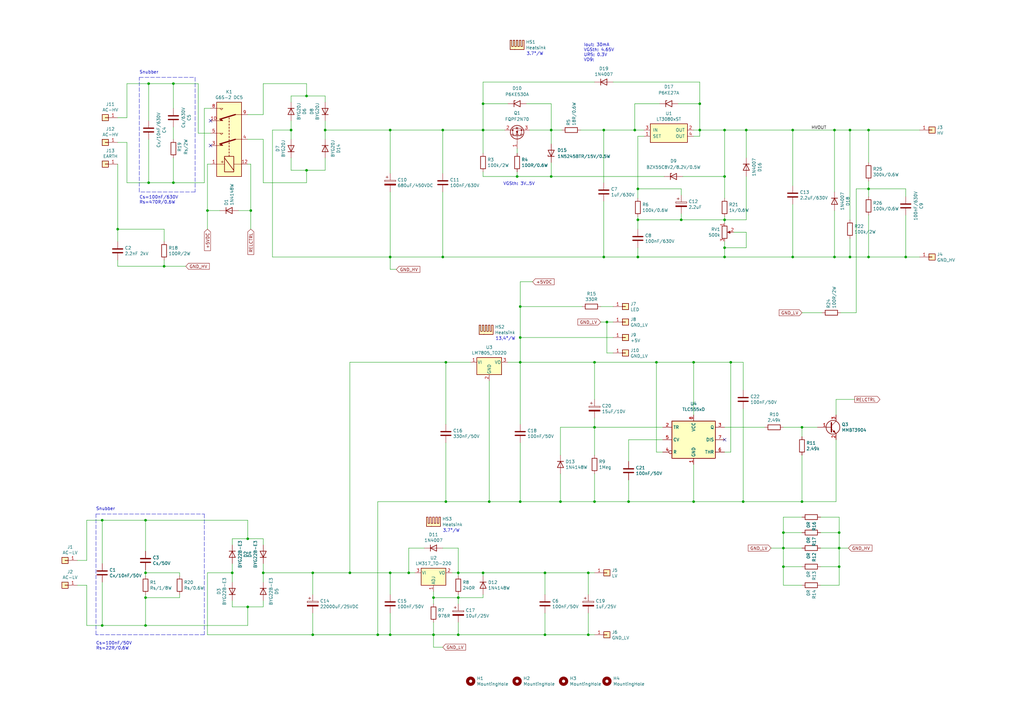
<source format=kicad_sch>
(kicad_sch (version 20211123) (generator eeschema)
  (paper "A3")
  (title_block (title "HV Power Supply LT3080 Maida") (date "2022-09-24") (rev "2"))
  (junction (at 213.36 138.43))
  (junction (at 181.61 105.41))
  (junction (at 269.24 148.59))
  (junction (at 198.12 234.95))
  (junction (at 213.36 148.59))
  (junction (at 299.72 148.59))
  (junction (at 182.88 205.74))
  (junction (at 154.94 260.35))
  (junction (at 48.26 93.98))
  (junction (at 348.615 53.34))
  (junction (at 59.69 256.54))
  (junction (at 297.18 101.6))
  (junction (at 325.12 105.41))
  (junction (at 229.87 205.74))
  (junction (at 243.84 205.74))
  (junction (at 297.18 53.34))
  (junction (at 226.06 72.39))
  (junction (at 297.18 105.41))
  (junction (at 59.69 245.11))
  (junction (at 101.6 248.92))
  (junction (at 177.8 260.35))
  (junction (at 342.265 53.34))
  (junction (at 344.17 218.44))
  (junction (at 128.27 234.95))
  (junction (at 160.02 260.35))
  (junction (at 257.81 205.74))
  (junction (at 160.02 105.41))
  (junction (at 321.31 224.79))
  (junction (at 167.64 234.95))
  (junction (at 102.87 86.36))
  (junction (at 59.69 213.36))
  (junction (at 212.09 72.39))
  (junction (at 297.18 72.39))
  (junction (at 187.96 260.35))
  (junction (at 261.62 90.17))
  (junction (at 223.52 234.95))
  (junction (at 125.73 39.37))
  (junction (at 187.96 234.95))
  (junction (at 247.65 105.41))
  (junction (at 125.73 69.85))
  (junction (at 243.84 175.26))
  (junction (at 304.8 205.74))
  (junction (at 248.92 132.08))
  (junction (at 187.96 245.11))
  (junction (at 41.91 256.54))
  (junction (at 71.12 34.29))
  (junction (at 325.12 53.34))
  (junction (at 348.615 105.41))
  (junction (at 241.3 234.95))
  (junction (at 181.61 53.34))
  (junction (at 260.35 53.34))
  (junction (at 160.02 234.95))
  (junction (at 371.475 105.41))
  (junction (at 344.17 232.41))
  (junction (at 128.27 260.35))
  (junction (at 243.84 148.59))
  (junction (at 287.02 53.34))
  (junction (at 213.36 205.74))
  (junction (at 287.02 42.545))
  (junction (at 241.3 260.35))
  (junction (at 284.48 205.74))
  (junction (at 198.12 42.545))
  (junction (at 160.02 53.34))
  (junction (at 342.265 105.41))
  (junction (at 213.36 125.73))
  (junction (at 279.4 90.17))
  (junction (at 328.93 205.74))
  (junction (at 143.51 234.95))
  (junction (at 101.6 220.98))
  (junction (at 356.235 105.41))
  (junction (at 261.62 105.41))
  (junction (at 223.52 260.35))
  (junction (at 321.31 218.44))
  (junction (at 321.31 232.41))
  (junction (at 182.88 148.59))
  (junction (at 306.07 53.34))
  (junction (at 107.95 234.95))
  (junction (at 328.93 175.26))
  (junction (at 344.17 224.79))
  (junction (at 133.35 53.34))
  (junction (at 177.8 245.11))
  (junction (at 297.18 90.17))
  (junction (at 200.66 205.74))
  (junction (at 226.06 53.34))
  (junction (at 119.38 53.34))
  (junction (at 261.62 77.47))
  (junction (at 41.91 213.36))
  (junction (at 60.96 74.93))
  (junction (at 284.48 148.59))
  (junction (at 247.65 53.34))
  (junction (at 198.12 53.34))
  (junction (at 59.69 234.95))
  (junction (at 60.96 34.29))
  (junction (at 95.25 234.95))
  (junction (at 356.235 77.47))
  (junction (at 85.09 86.36))
  (junction (at 71.12 74.93))
  (junction (at 67.31 109.22))
  (junction (at 356.235 53.34))
  (no_connect (at 297.18 180.34))
  (no_connect (at 86.36 49.53))
  (no_connect (at 86.36 59.69))
  (wire (pts (xy 356.235 74.295) (xy 356.235 77.47)))
  (wire (pts (xy 297.18 53.34) (xy 297.18 72.39)))
  (wire (pts (xy 101.6 256.54) (xy 101.6 248.92)))
  (wire (pts (xy 95.25 220.98) (xy 101.6 220.98)))
  (wire (pts (xy 351.155 77.47) (xy 356.235 77.47)))
  (wire (pts (xy 306.07 90.17) (xy 306.07 72.39)))
  (wire (pts (xy 226.06 59.055) (xy 226.06 53.34)))
  (wire (pts (xy 371.475 105.41) (xy 377.19 105.41)))
  (polyline (pts (xy 39.37 260.35) (xy 39.37 210.82)))
  (wire (pts (xy 287.02 53.34) (xy 284.48 53.34)))
  (wire (pts (xy 181.61 53.34) (xy 198.12 53.34)))
  (wire (pts (xy 60.96 57.15) (xy 60.96 74.93)))
  (wire (pts (xy 306.07 95.25) (xy 300.99 95.25)))
  (wire (pts (xy 71.12 74.93) (xy 60.96 74.93)))
  (wire (pts (xy 342.9 180.34) (xy 342.9 205.74)))
  (wire (pts (xy 107.95 46.99) (xy 107.95 34.29)))
  (wire (pts (xy 297.18 185.42) (xy 299.72 185.42)))
  (wire (pts (xy 187.96 224.79) (xy 181.61 224.79)))
  (wire (pts (xy 177.8 260.35) (xy 177.8 255.27)))
  (wire (pts (xy 128.27 260.35) (xy 128.27 251.46)))
  (wire (pts (xy 213.36 115.57) (xy 213.36 125.73)))
  (wire (pts (xy 76.2 109.22) (xy 67.31 109.22)))
  (wire (pts (xy 328.93 205.74) (xy 304.8 205.74)))
  (wire (pts (xy 336.55 224.79) (xy 344.17 224.79)))
  (wire (pts (xy 243.84 205.74) (xy 243.84 194.31)))
  (wire (pts (xy 48.26 58.42) (xy 52.07 58.42)))
  (wire (pts (xy 95.25 231.14) (xy 95.25 234.95)))
  (wire (pts (xy 35.56 256.54) (xy 41.91 256.54)))
  (wire (pts (xy 198.12 33.655) (xy 198.12 42.545)))
  (wire (pts (xy 31.75 240.03) (xy 35.56 240.03)))
  (wire (pts (xy 223.52 234.95) (xy 241.3 234.95)))
  (wire (pts (xy 154.94 260.35) (xy 154.94 205.74)))
  (wire (pts (xy 316.23 224.79) (xy 321.31 224.79)))
  (wire (pts (xy 241.3 251.46) (xy 241.3 260.35)))
  (polyline (pts (xy 57.15 78.74) (xy 57.15 31.75)))
  (wire (pts (xy 325.12 83.82) (xy 325.12 105.41)))
  (wire (pts (xy 229.87 205.74) (xy 213.36 205.74)))
  (wire (pts (xy 177.8 245.11) (xy 187.96 245.11)))
  (wire (pts (xy 59.69 233.68) (xy 59.69 234.95)))
  (wire (pts (xy 226.06 53.34) (xy 217.17 53.34)))
  (wire (pts (xy 344.17 224.79) (xy 344.17 232.41)))
  (wire (pts (xy 85.09 260.35) (xy 85.09 234.95)))
  (wire (pts (xy 128.27 243.84) (xy 128.27 234.95)))
  (wire (pts (xy 160.02 260.35) (xy 177.8 260.35)))
  (wire (pts (xy 71.12 64.77) (xy 71.12 74.93)))
  (wire (pts (xy 297.18 91.44) (xy 297.18 90.17)))
  (wire (pts (xy 67.31 109.22) (xy 48.26 109.22)))
  (wire (pts (xy 287.02 42.545) (xy 287.02 53.34)))
  (wire (pts (xy 287.02 42.545) (xy 287.02 33.655)))
  (wire (pts (xy 160.02 105.41) (xy 181.61 105.41)))
  (wire (pts (xy 226.06 53.34) (xy 230.505 53.34)))
  (wire (pts (xy 73.66 234.95) (xy 73.66 236.22)))
  (wire (pts (xy 279.4 87.63) (xy 279.4 90.17)))
  (wire (pts (xy 71.12 34.29) (xy 81.28 34.29)))
  (wire (pts (xy 133.35 69.85) (xy 133.35 64.77)))
  (wire (pts (xy 261.62 101.6) (xy 261.62 105.41)))
  (wire (pts (xy 226.06 72.39) (xy 212.09 72.39)))
  (wire (pts (xy 342.9 163.83) (xy 342.9 170.18)))
  (wire (pts (xy 35.56 213.36) (xy 41.91 213.36)))
  (wire (pts (xy 342.265 53.34) (xy 348.615 53.34)))
  (wire (pts (xy 160.02 110.49) (xy 160.02 105.41)))
  (wire (pts (xy 181.61 105.41) (xy 247.65 105.41)))
  (wire (pts (xy 261.62 55.88) (xy 261.62 77.47)))
  (wire (pts (xy 287.02 33.655) (xy 251.46 33.655)))
  (wire (pts (xy 71.12 52.07) (xy 71.12 57.15)))
  (wire (pts (xy 279.4 90.17) (xy 261.62 90.17)))
  (wire (pts (xy 143.51 234.95) (xy 160.02 234.95)))
  (wire (pts (xy 304.8 167.64) (xy 304.8 205.74)))
  (wire (pts (xy 243.84 260.35) (xy 241.3 260.35)))
  (wire (pts (xy 297.18 90.17) (xy 297.18 88.9)))
  (wire (pts (xy 270.51 42.545) (xy 260.35 42.545)))
  (wire (pts (xy 247.65 105.41) (xy 261.62 105.41)))
  (wire (pts (xy 81.28 34.29) (xy 81.28 54.61)))
  (wire (pts (xy 213.36 125.73) (xy 213.36 138.43)))
  (wire (pts (xy 247.65 53.34) (xy 260.35 53.34)))
  (wire (pts (xy 328.93 212.09) (xy 321.31 212.09)))
  (wire (pts (xy 243.84 175.26) (xy 229.87 175.26)))
  (wire (pts (xy 251.46 138.43) (xy 213.36 138.43)))
  (wire (pts (xy 278.13 42.545) (xy 287.02 42.545)))
  (wire (pts (xy 181.61 265.43) (xy 177.8 265.43)))
  (wire (pts (xy 177.8 260.35) (xy 187.96 260.35)))
  (wire (pts (xy 218.44 115.57) (xy 213.36 115.57)))
  (wire (pts (xy 187.96 243.84) (xy 187.96 245.11)))
  (wire (pts (xy 101.6 220.98) (xy 107.95 220.98)))
  (wire (pts (xy 304.8 205.74) (xy 284.48 205.74)))
  (wire (pts (xy 223.52 243.84) (xy 223.52 234.95)))
  (wire (pts (xy 344.17 224.79) (xy 347.98 224.79)))
  (wire (pts (xy 119.38 69.85) (xy 125.73 69.85)))
  (wire (pts (xy 187.96 234.95) (xy 187.96 224.79)))
  (wire (pts (xy 213.36 138.43) (xy 213.36 148.59)))
  (wire (pts (xy 181.61 78.74) (xy 181.61 105.41)))
  (wire (pts (xy 321.31 212.09) (xy 321.31 218.44)))
  (wire (pts (xy 243.84 175.26) (xy 243.84 171.45)))
  (wire (pts (xy 243.84 175.26) (xy 243.84 186.69)))
  (wire (pts (xy 187.96 234.95) (xy 198.12 234.95)))
  (wire (pts (xy 279.4 77.47) (xy 261.62 77.47)))
  (wire (pts (xy 128.27 260.35) (xy 154.94 260.35)))
  (wire (pts (xy 111.76 53.34) (xy 111.76 105.41)))
  (wire (pts (xy 128.27 260.35) (xy 85.09 260.35)))
  (wire (pts (xy 248.92 132.08) (xy 251.46 132.08)))
  (wire (pts (xy 246.38 132.08) (xy 248.92 132.08)))
  (wire (pts (xy 272.415 72.39) (xy 226.06 72.39)))
  (polyline (pts (xy 57.15 31.75) (xy 80.01 31.75)))
  (wire (pts (xy 247.65 82.55) (xy 247.65 105.41)))
  (wire (pts (xy 226.06 53.34) (xy 226.06 42.545)))
  (wire (pts (xy 223.52 251.46) (xy 223.52 260.35)))
  (wire (pts (xy 52.07 58.42) (xy 52.07 74.93)))
  (wire (pts (xy 31.75 229.87) (xy 35.56 229.87)))
  (wire (pts (xy 182.88 148.59) (xy 182.88 173.99)))
  (wire (pts (xy 107.95 220.98) (xy 107.95 223.52)))
  (wire (pts (xy 182.88 181.61) (xy 182.88 205.74)))
  (wire (pts (xy 182.88 148.59) (xy 143.51 148.59)))
  (wire (pts (xy 187.96 260.35) (xy 223.52 260.35)))
  (wire (pts (xy 162.56 110.49) (xy 160.02 110.49)))
  (wire (pts (xy 133.35 53.34) (xy 133.35 57.15)))
  (wire (pts (xy 119.38 53.34) (xy 119.38 49.53)))
  (wire (pts (xy 284.48 205.74) (xy 257.81 205.74)))
  (wire (pts (xy 284.48 148.59) (xy 269.24 148.59)))
  (wire (pts (xy 351.155 128.27) (xy 351.155 77.47)))
  (wire (pts (xy 306.07 53.34) (xy 297.18 53.34)))
  (wire (pts (xy 200.66 156.21) (xy 200.66 205.74)))
  (wire (pts (xy 297.18 53.34) (xy 287.02 53.34)))
  (wire (pts (xy 48.26 93.98) (xy 48.26 99.06)))
  (wire (pts (xy 125.73 39.37) (xy 133.35 39.37)))
  (wire (pts (xy 48.26 67.31) (xy 48.26 93.98)))
  (wire (pts (xy 198.12 53.34) (xy 198.12 62.865)))
  (wire (pts (xy 342.265 86.36) (xy 342.265 105.41)))
  (wire (pts (xy 243.84 205.74) (xy 229.87 205.74)))
  (wire (pts (xy 177.8 245.11) (xy 177.8 242.57)))
  (wire (pts (xy 344.17 240.03) (xy 336.55 240.03)))
  (wire (pts (xy 321.31 224.79) (xy 321.31 232.41)))
  (wire (pts (xy 107.95 34.29) (xy 125.73 34.29)))
  (wire (pts (xy 160.02 53.34) (xy 181.61 53.34)))
  (wire (pts (xy 247.65 53.34) (xy 247.65 74.93)))
  (wire (pts (xy 299.72 148.59) (xy 284.48 148.59)))
  (wire (pts (xy 243.84 33.655) (xy 198.12 33.655)))
  (wire (pts (xy 328.93 224.79) (xy 321.31 224.79)))
  (wire (pts (xy 304.8 160.02) (xy 304.8 148.59)))
  (wire (pts (xy 344.805 128.27) (xy 351.155 128.27)))
  (wire (pts (xy 297.18 72.39) (xy 297.18 81.28)))
  (wire (pts (xy 60.96 34.29) (xy 60.96 49.53)))
  (wire (pts (xy 160.02 53.34) (xy 160.02 71.12)))
  (wire (pts (xy 328.93 175.26) (xy 321.31 175.26)))
  (wire (pts (xy 59.69 243.84) (xy 59.69 245.11)))
  (wire (pts (xy 41.91 256.54) (xy 41.91 238.76)))
  (wire (pts (xy 213.36 173.99) (xy 213.36 148.59)))
  (wire (pts (xy 119.38 41.91) (xy 119.38 39.37)))
  (wire (pts (xy 81.28 54.61) (xy 86.36 54.61)))
  (wire (pts (xy 342.265 53.34) (xy 342.265 78.74)))
  (wire (pts (xy 261.62 88.9) (xy 261.62 90.17)))
  (wire (pts (xy 198.12 72.39) (xy 212.09 72.39)))
  (wire (pts (xy 297.18 101.6) (xy 297.18 99.06)))
  (wire (pts (xy 181.61 71.12) (xy 181.61 53.34)))
  (wire (pts (xy 344.17 212.09) (xy 344.17 218.44)))
  (wire (pts (xy 107.95 234.95) (xy 128.27 234.95)))
  (wire (pts (xy 101.6 213.36) (xy 101.6 220.98)))
  (polyline (pts (xy 80.01 78.74) (xy 57.15 78.74)))
  (wire (pts (xy 59.69 213.36) (xy 41.91 213.36)))
  (wire (pts (xy 336.55 212.09) (xy 344.17 212.09)))
  (wire (pts (xy 85.09 67.31) (xy 86.36 67.31)))
  (wire (pts (xy 119.38 57.15) (xy 119.38 53.34)))
  (wire (pts (xy 356.235 53.34) (xy 356.235 66.675)))
  (wire (pts (xy 167.64 224.79) (xy 167.64 234.95)))
  (wire (pts (xy 107.95 234.95) (xy 107.95 238.76)))
  (wire (pts (xy 356.235 105.41) (xy 371.475 105.41)))
  (wire (pts (xy 177.8 265.43) (xy 177.8 260.35)))
  (wire (pts (xy 306.07 101.6) (xy 306.07 95.25)))
  (wire (pts (xy 342.265 105.41) (xy 348.615 105.41)))
  (wire (pts (xy 321.31 240.03) (xy 328.93 240.03)))
  (wire (pts (xy 279.4 80.01) (xy 279.4 77.47)))
  (wire (pts (xy 167.64 234.95) (xy 170.18 234.95)))
  (wire (pts (xy 328.93 128.27) (xy 337.185 128.27)))
  (wire (pts (xy 143.51 148.59) (xy 143.51 234.95)))
  (wire (pts (xy 102.87 67.31) (xy 102.87 86.36)))
  (wire (pts (xy 297.18 101.6) (xy 306.07 101.6)))
  (wire (pts (xy 198.12 53.34) (xy 207.01 53.34)))
  (wire (pts (xy 243.84 148.59) (xy 269.24 148.59)))
  (wire (pts (xy 67.31 99.06) (xy 67.31 93.98)))
  (wire (pts (xy 284.48 55.88) (xy 287.02 55.88)))
  (wire (pts (xy 356.235 77.47) (xy 371.475 77.47)))
  (wire (pts (xy 261.62 81.28) (xy 261.62 77.47)))
  (wire (pts (xy 125.73 74.93) (xy 107.95 74.93)))
  (wire (pts (xy 238.125 53.34) (xy 247.65 53.34)))
  (wire (pts (xy 182.88 205.74) (xy 200.66 205.74)))
  (wire (pts (xy 85.09 86.36) (xy 85.09 67.31)))
  (wire (pts (xy 264.16 55.88) (xy 261.62 55.88)))
  (wire (pts (xy 284.48 170.18) (xy 284.48 148.59)))
  (wire (pts (xy 101.6 67.31) (xy 102.87 67.31)))
  (wire (pts (xy 306.07 53.34) (xy 325.12 53.34)))
  (wire (pts (xy 160.02 78.74) (xy 160.02 105.41)))
  (wire (pts (xy 107.95 57.15) (xy 101.6 57.15)))
  (wire (pts (xy 299.72 185.42) (xy 299.72 148.59)))
  (wire (pts (xy 251.46 144.78) (xy 248.92 144.78)))
  (wire (pts (xy 344.17 232.41) (xy 344.17 240.03)))
  (wire (pts (xy 59.69 256.54) (xy 41.91 256.54)))
  (wire (pts (xy 185.42 234.95) (xy 187.96 234.95)))
  (wire (pts (xy 187.96 236.22) (xy 187.96 234.95)))
  (wire (pts (xy 198.12 42.545) (xy 198.12 53.34)))
  (wire (pts (xy 48.26 48.26) (xy 52.07 48.26)))
  (wire (pts (xy 101.6 46.99) (xy 107.95 46.99)))
  (wire (pts (xy 85.09 234.95) (xy 95.25 234.95)))
  (wire (pts (xy 83.82 44.45) (xy 86.36 44.45)))
  (wire (pts (xy 223.52 260.35) (xy 241.3 260.35)))
  (wire (pts (xy 321.31 232.41) (xy 321.31 240.03)))
  (wire (pts (xy 246.38 125.73) (xy 251.46 125.73)))
  (wire (pts (xy 125.73 69.85) (xy 125.73 74.93)))
  (wire (pts (xy 325.12 105.41) (xy 297.18 105.41)))
  (wire (pts (xy 198.12 70.485) (xy 198.12 72.39)))
  (wire (pts (xy 198.12 234.95) (xy 198.12 236.22)))
  (wire (pts (xy 67.31 93.98) (xy 48.26 93.98)))
  (wire (pts (xy 198.12 243.84) (xy 198.12 245.11)))
  (wire (pts (xy 59.69 226.06) (xy 59.69 213.36)))
  (wire (pts (xy 95.25 234.95) (xy 95.25 238.76)))
  (wire (pts (xy 342.9 205.74) (xy 328.93 205.74)))
  (wire (pts (xy 119.38 39.37) (xy 125.73 39.37)))
  (wire (pts (xy 133.35 53.34) (xy 160.02 53.34)))
  (wire (pts (xy 325.12 53.34) (xy 342.265 53.34)))
  (wire (pts (xy 35.56 229.87) (xy 35.56 213.36)))
  (wire (pts (xy 71.12 34.29) (xy 71.12 44.45)))
  (wire (pts (xy 297.18 90.17) (xy 279.4 90.17)))
  (wire (pts (xy 177.8 247.65) (xy 177.8 245.11)))
  (wire (pts (xy 356.235 53.34) (xy 377.19 53.34)))
  (wire (pts (xy 328.93 186.69) (xy 328.93 205.74)))
  (wire (pts (xy 52.07 34.29) (xy 60.96 34.29)))
  (wire (pts (xy 325.12 105.41) (xy 342.265 105.41)))
  (wire (pts (xy 271.78 175.26) (xy 243.84 175.26)))
  (wire (pts (xy 215.9 42.545) (xy 226.06 42.545)))
  (wire (pts (xy 102.87 86.36) (xy 97.79 86.36)))
  (wire (pts (xy 160.02 260.35) (xy 160.02 251.46)))
  (wire (pts (xy 200.66 205.74) (xy 213.36 205.74)))
  (wire (pts (xy 304.8 148.59) (xy 299.72 148.59)))
  (wire (pts (xy 107.95 231.14) (xy 107.95 234.95)))
  (wire (pts (xy 95.25 248.92) (xy 95.25 246.38)))
  (wire (pts (xy 198.12 245.11) (xy 187.96 245.11)))
  (wire (pts (xy 48.26 109.22) (xy 48.26 106.68)))
  (wire (pts (xy 160.02 105.41) (xy 111.76 105.41)))
  (wire (pts (xy 73.66 245.11) (xy 59.69 245.11)))
  (wire (pts (xy 325.12 76.2) (xy 325.12 53.34)))
  (wire (pts (xy 59.69 245.11) (xy 59.69 256.54)))
  (wire (pts (xy 107.95 74.93) (xy 107.95 57.15)))
  (wire (pts (xy 35.56 240.03) (xy 35.56 256.54)))
  (wire (pts (xy 229.87 175.26) (xy 229.87 186.69)))
  (wire (pts (xy 335.28 175.26) (xy 328.93 175.26)))
  (wire (pts (xy 348.615 105.41) (xy 356.235 105.41)))
  (wire (pts (xy 344.17 224.79) (xy 344.17 218.44)))
  (wire (pts (xy 348.615 90.17) (xy 348.615 53.34)))
  (wire (pts (xy 269.24 185.42) (xy 269.24 148.59)))
  (wire (pts (xy 59.69 256.54) (xy 101.6 256.54)))
  (polyline (pts (xy 83.82 260.35) (xy 39.37 260.35)))
  (wire (pts (xy 257.81 205.74) (xy 243.84 205.74)))
  (polyline (pts (xy 83.82 210.82) (xy 83.82 260.35)))
  (wire (pts (xy 101.6 213.36) (xy 59.69 213.36)))
  (wire (pts (xy 229.87 205.74) (xy 229.87 194.31)))
  (wire (pts (xy 348.615 97.79) (xy 348.615 105.41)))
  (wire (pts (xy 212.09 70.485) (xy 212.09 72.39)))
  (wire (pts (xy 198.12 234.95) (xy 223.52 234.95)))
  (wire (pts (xy 133.35 39.37) (xy 133.35 41.91)))
  (wire (pts (xy 52.07 74.93) (xy 60.96 74.93)))
  (wire (pts (xy 261.62 90.17) (xy 261.62 93.98)))
  (wire (pts (xy 102.87 93.98) (xy 102.87 86.36)))
  (wire (pts (xy 356.235 77.47) (xy 356.235 80.645)))
  (wire (pts (xy 71.12 74.93) (xy 83.82 74.93)))
  (wire (pts (xy 260.35 53.34) (xy 264.16 53.34)))
  (wire (pts (xy 198.12 42.545) (xy 208.28 42.545)))
  (wire (pts (xy 154.94 205.74) (xy 182.88 205.74)))
  (wire (pts (xy 271.78 180.34) (xy 257.81 180.34)))
  (wire (pts (xy 280.035 72.39) (xy 297.18 72.39)))
  (wire (pts (xy 95.25 220.98) (xy 95.25 223.52)))
  (wire (pts (xy 41.91 213.36) (xy 41.91 231.14)))
  (polyline (pts (xy 80.01 31.75) (xy 80.01 78.74)))
  (wire (pts (xy 241.3 234.95) (xy 243.84 234.95)))
  (wire (pts (xy 321.31 218.44) (xy 321.31 224.79)))
  (wire (pts (xy 226.06 66.675) (xy 226.06 72.39)))
  (wire (pts (xy 213.36 148.59) (xy 243.84 148.59)))
  (wire (pts (xy 125.73 39.37) (xy 125.73 34.29)))
  (wire (pts (xy 119.38 64.77) (xy 119.38 69.85)))
  (wire (pts (xy 297.18 90.17) (xy 306.07 90.17)))
  (wire (pts (xy 128.27 234.95) (xy 143.51 234.95)))
  (polyline (pts (xy 39.37 210.82) (xy 83.82 210.82)))
  (wire (pts (xy 59.69 236.22) (xy 59.69 234.95)))
  (wire (pts (xy 187.96 260.35) (xy 187.96 255.27)))
  (wire (pts (xy 73.66 243.84) (xy 73.66 245.11)))
  (wire (pts (xy 213.36 125.73) (xy 238.76 125.73)))
  (wire (pts (xy 243.84 163.83) (xy 243.84 148.59)))
  (wire (pts (xy 241.3 243.84) (xy 241.3 234.95)))
  (wire (pts (xy 344.17 218.44) (xy 336.55 218.44)))
  (wire (pts (xy 248.92 144.78) (xy 248.92 132.08)))
  (wire (pts (xy 101.6 248.92) (xy 107.95 248.92)))
  (wire (pts (xy 160.02 243.84) (xy 160.02 234.95)))
  (wire (pts (xy 187.96 245.11) (xy 187.96 247.65)))
  (wire (pts (xy 356.235 88.265) (xy 356.235 105.41)))
  (wire (pts (xy 133.35 49.53) (xy 133.35 53.34)))
  (wire (pts (xy 59.69 234.95) (xy 73.66 234.95)))
  (wire (pts (xy 95.25 248.92) (xy 101.6 248.92)))
  (wire (pts (xy 160.02 234.95) (xy 167.64 234.95)))
  (wire (pts (xy 154.94 260.35) (xy 160.02 260.35)))
  (wire (pts (xy 348.615 53.34) (xy 356.235 53.34)))
  (wire (pts (xy 213.36 205.74) (xy 213.36 181.61)))
  (wire (pts (xy 328.93 232.41) (xy 321.31 232.41)))
  (wire (pts (xy 125.73 69.85) (xy 133.35 69.85)))
  (wire (pts (xy 85.09 86.36) (xy 90.17 86.36)))
  (wire (pts (xy 107.95 246.38) (xy 107.95 248.92)))
  (wire (pts (xy 271.78 185.42) (xy 269.24 185.42)))
  (wire (pts (xy 212.09 60.96) (xy 212.09 62.865)))
  (wire (pts (xy 83.82 74.93) (xy 83.82 44.45)))
  (wire (pts (xy 328.93 218.44) (xy 321.31 218.44)))
  (wire (pts (xy 350.52 163.83) (xy 342.9 163.83)))
  (wire (pts (xy 371.475 88.265) (xy 371.475 105.41)))
  (wire (pts (xy 284.48 190.5) (xy 284.48 205.74)))
  (wire (pts (xy 287.02 55.88) (xy 287.02 53.34)))
  (wire (pts (xy 257.81 180.34) (xy 257.81 189.23)))
  (wire (pts (xy 336.55 232.41) (xy 344.17 232.41)))
  (wire (pts (xy 257.81 205.74) (xy 257.81 196.85)))
  (wire (pts (xy 306.07 64.77) (xy 306.07 53.34)))
  (wire (pts (xy 297.18 105.41) (xy 261.62 105.41)))
  (wire (pts (xy 328.93 179.07) (xy 328.93 175.26)))
  (wire (pts (xy 85.09 93.98) (xy 85.09 86.36)))
  (wire (pts (xy 297.18 175.26) (xy 313.69 175.26)))
  (wire (pts (xy 67.31 106.68) (xy 67.31 109.22)))
  (wire (pts (xy 193.04 148.59) (xy 182.88 148.59)))
  (wire (pts (xy 71.12 34.29) (xy 60.96 34.29)))
  (wire (pts (xy 260.35 42.545) (xy 260.35 53.34)))
  (wire (pts (xy 119.38 53.34) (xy 111.76 53.34)))
  (wire (pts (xy 371.475 80.645) (xy 371.475 77.47)))
  (wire (pts (xy 173.99 224.79) (xy 167.64 224.79)))
  (wire (pts (xy 208.28 148.59) (xy 213.36 148.59)))
  (wire (pts (xy 297.18 101.6) (xy 297.18 105.41)))
  (wire (pts (xy 52.07 48.26) (xy 52.07 34.29)))
  (text "Snubber" (at 39.37 209.55 0) (effects (font (size 1.27 1.27)) (justify left bottom)))
  (text "Iout: 30mA\nVGSth: 4.65V\nUR5: 0.3V\nVD9: " (at 239.395 25.4 0) (effects (font (size 1.27 1.27)) (justify left bottom)))
  (text "Cs=100nF/630V\nRs=470R/0.6W" (at 57.15 83.82 0) (effects (font (size 1.27 1.27)) (justify left bottom)))
  (text "Snubber" (at 57.15 30.48 0) (effects (font (size 1.27 1.27)) (justify left bottom)))
  (text "13,4°/W" (at 203.2 139.7 0) (effects (font (size 1.27 1.27)) (justify left bottom)))
  (text "3.7°/W" (at 215.9 22.86 0) (effects (font (size 1.27 1.27)) (justify left bottom)))
  (text "Cs=100nF/50V\nRs=22R/0.6W" (at 39.37 266.7 0) (effects (font (size 1.27 1.27)) (justify left bottom)))
  (text "VGSth: 3V..5V" (at 206.375 76.2 0) (effects (font (size 1.27 1.27)) (justify left bottom)))
  (text "3.7°/W" (at 181.61 218.44 0) (effects (font (size 1.27 1.27)) (justify left bottom)))
  (label "HVOUT" (at 332.74 53.34 0))
  (global_label "RELCTRL" (shape input) (at 102.87 93.98 270) (property "Intersheet References" "${INTERSHEET_REFS}" (effects hide)))
  (global_label "+5VDC" (shape input) (at 218.44 115.57 0) (property "Intersheet References" "${INTERSHEET_REFS}" (effects hide)))
  (global_label "GND_LV" (shape input) (at 181.61 265.43 0) (property "Intersheet References" "${INTERSHEET_REFS}" (effects hide)))
  (global_label "+5VDC" (shape input) (at 85.09 93.98 270) (property "Intersheet References" "${INTERSHEET_REFS}" (effects hide)))
  (global_label "GND_HV" (shape input) (at 162.56 110.49 0) (property "Intersheet References" "${INTERSHEET_REFS}" (effects hide)))
  (global_label "GND_LV" (shape input) (at 316.23 224.79 180) (property "Intersheet References" "${INTERSHEET_REFS}" (effects hide)))
  (global_label "RELCTRL" (shape output) (at 350.52 163.83 0) (property "Intersheet References" "${INTERSHEET_REFS}" (effects hide)))
  (global_label "GND_HV" (shape input) (at 76.2 109.22 0) (property "Intersheet References" "${INTERSHEET_REFS}" (effects hide)))
  (global_label "GND_LV" (shape input) (at 246.38 132.08 180) (property "Intersheet References" "${INTERSHEET_REFS}" (effects hide)))
  (global_label "GND_HV" (shape input) (at 347.98 224.79 0) (property "Intersheet References" "${INTERSHEET_REFS}" (effects hide)))
  (global_label "GND_LV" (shape input) (at 328.93 128.27 180) (property "Intersheet References" "${INTERSHEET_REFS}" (effects hide)))
  (symbol (lib_id "Mechanical:MountingHole") (at 212.09 279.4 0) (unit 1)
    (property "Reference" "H2" (at 214.63 278.2316 0) (effects (justify left)))
    (property "Value" "MountingHole" (at 214.63 280.543 0) (effects (justify left)))
    (property "Footprint" "MountingHole:MountingHole_3.2mm_M3" (effects hide))
  )
  (symbol (lib_id "Mechanical:MountingHole") (at 231.14 279.4 0) (unit 1)
    (property "Reference" "H3" (at 233.68 278.2316 0) (effects (justify left)))
    (property "Value" "MountingHole" (at 233.68 280.543 0) (effects (justify left)))
    (property "Footprint" "MountingHole:MountingHole_3.2mm_M3" (effects hide))
  )
  (symbol (lib_id "Mechanical:MountingHole") (at 193.04 279.4 0) (unit 1)
    (property "Reference" "H1" (at 195.58 278.2316 0) (effects (justify left)))
    (property "Value" "MountingHole" (at 195.58 280.543 0) (effects (justify left)))
    (property "Footprint" "MountingHole:MountingHole_3.2mm_M3" (effects hide))
  )
  (symbol (lib_id "Mechanical:MountingHole") (at 248.92 279.4 0) (unit 1)
    (property "Reference" "H4" (at 251.46 278.2316 0) (effects (justify left)))
    (property "Value" "MountingHole" (at 251.46 280.543 0) (effects (justify left)))
    (property "Footprint" "MountingHole:MountingHole_3.2mm_M3" (effects hide))
  )
  (symbol (lib_id "Connector_Generic:Conn_01x01") (at 382.27 53.34 0) (unit 1)
    (property "Reference" "J3" (at 384.302 52.2732 0) (effects (justify left)))
    (property "Value" "HV" (at 384.302 54.5846 0) (effects (justify left)))
    (property "Footprint" "Connector_Pin:Pin_D1.3mm_L11.0mm" (effects hide))
  )
  (symbol (lib_id "Device:C_Polarized") (at 160.02 74.93 0) (unit 1)
    (property "Reference" "C10" (at 163.0172 73.7616 0) (effects (justify left)))
    (property "Value" "680uF/450VDC" (at 163.0172 76.073 0) (effects (justify left)))
    (property "Footprint" "Capacitor_THT:CP_Radial_D35.0mm_P10.00mm_SnapIn" (effects hide))
  )
  (symbol (lib_id "Device:C") (at 181.61 74.93 0) (unit 1)
    (property "Reference" "C11" (at 184.531 73.7616 0) (effects (justify left)))
    (property "Value" "100nF/630V" (at 184.531 76.073 0) (effects (justify left)))
    (property "Footprint" "Capacitor_THT:C_Rect_L18.0mm_W5.0mm_P15.00mm_FKS3_FKP3" (effects hide))
  )
  (symbol (lib_id "Device:R") (at 332.74 218.44 270) (unit 1)
    (property "Reference" "R17" (at 333.9084 220.218 0) (effects (justify left)))
    (property "Value" "0R" (at 331.597 220.218 0) (effects (justify left)))
    (property "Footprint" "Resistor_SMD:R_1206_3216Metric_Pad1.30x1.75mm_HandSolder" (effects hide))
  )
  (symbol (lib_id "Device:R") (at 332.74 212.09 270) (unit 1)
    (property "Reference" "R16" (at 333.9084 213.868 0) (effects (justify left)))
    (property "Value" "0R" (at 331.597 213.868 0) (effects (justify left)))
    (property "Footprint" "Resistor_SMD:R_1206_3216Metric_Pad1.30x1.75mm_HandSolder" (effects hide))
  )
  (symbol (lib_id "Device:C_Polarized") (at 128.27 247.65 0) (unit 1)
    (property "Reference" "C14" (at 131.2672 246.4816 0) (effects (justify left)))
    (property "Value" "22000uF/25VDC" (at 131.2672 248.793 0) (effects (justify left)))
    (property "Footprint" "Capacitor_THT:CP_Radial_D35.0mm_P10.00mm_SnapIn" (effects hide))
  )
  (symbol (lib_id "Regulator_Linear:LM317_TO-220") (at 177.8 234.95 0) (unit 1)
    (property "Reference" "U2" (at 177.8 228.8032 0))
    (property "Value" "LM317_TO-220" (at 177.8 231.1146 0))
    (property "Footprint" "Package_TO_SOT_THT:TO-220-3_Vertical" (effects hide))
    (property "Datasheet" "http://www.ti.com/lit/ds/symlink/lm317.pdf" (effects hide))
  )
  (symbol (lib_id "Device:C") (at 160.02 247.65 0) (unit 1)
    (property "Reference" "C15" (at 162.941 246.4816 0) (effects (justify left)))
    (property "Value" "100nF/50V" (at 162.941 248.793 0) (effects (justify left)))
    (property "Footprint" "Capacitor_SMD:C_0805_2012Metric_Pad1.18x1.45mm_HandSolder" (effects hide))
  )
  (symbol (lib_id "Device:R") (at 177.8 251.46 0) (unit 1)
    (property "Reference" "R7" (at 179.578 250.2916 0) (effects (justify left)))
    (property "Value" "976R" (at 179.578 252.603 0) (effects (justify left)))
    (property "Footprint" "Resistor_SMD:R_0805_2012Metric_Pad1.20x1.40mm_HandSolder" (effects hide))
  )
  (symbol (lib_id "Device:R") (at 187.96 240.03 0) (unit 1)
    (property "Reference" "R8" (at 189.738 238.8616 0) (effects (justify left)))
    (property "Value" "240R" (at 189.738 241.173 0) (effects (justify left)))
    (property "Footprint" "Resistor_SMD:R_0805_2012Metric_Pad1.20x1.40mm_HandSolder" (effects hide))
  )
  (symbol (lib_id "Diode:1N4007") (at 177.8 224.79 0) (unit 1)
    (property "Reference" "D11" (at 177.8 219.2782 0))
    (property "Value" "1N4007" (at 177.8 221.5896 0))
    (property "Footprint" "Diode_SMD:D_SMA_Handsoldering" (effects hide))
    (property "Datasheet" "http://www.vishay.com/docs/88503/1n4001.pdf" (effects hide))
  )
  (symbol (lib_id "Device:C_Polarized") (at 187.96 251.46 0) (unit 1)
    (property "Reference" "C17" (at 190.9572 250.2916 0) (effects (justify left)))
    (property "Value" "10uF/25V" (at 190.9572 252.603 0) (effects (justify left)))
    (property "Footprint" "Capacitor_THT:CP_Radial_D5.0mm_P2.00mm" (effects hide))
  )
  (symbol (lib_id "Diode:1N4007") (at 198.12 240.03 270) (unit 1)
    (property "Reference" "D12" (at 200.152 238.8616 90) (effects (justify left)))
    (property "Value" "1N4148W" (at 200.152 241.173 90) (effects (justify left)))
    (property "Footprint" "Diode_SMD:D_SOD-123" (effects hide))
    (property "Datasheet" "http://www.vishay.com/docs/88503/1n4001.pdf" (effects hide))
  )
  (symbol (lib_id "Connector_Generic:Conn_01x01") (at 382.27 105.41 0) (unit 1)
    (property "Reference" "J4" (at 384.302 104.3432 0) (effects (justify left)))
    (property "Value" "GND_HV" (at 384.302 106.6546 0) (effects (justify left)))
    (property "Footprint" "Connector_Pin:Pin_D1.3mm_L11.0mm" (effects hide))
  )
  (symbol (lib_id "Transistor_BJT:MMBT3904") (at 340.36 175.26 0) (unit 1)
    (property "Reference" "Q3" (at 345.2114 174.0916 0) (effects (justify left)))
    (property "Value" "MMBT3904" (at 345.2114 176.403 0) (effects (justify left)))
    (property "Footprint" "Package_TO_SOT_SMD:SOT-23" (effects hide))
    (property "Datasheet" "https://www.onsemi.com/pub/Collateral/2N3903-D.PDF" (effects hide))
  )
  (symbol (lib_id "Device:R") (at 328.93 182.88 0) (unit 1)
    (property "Reference" "R11" (at 330.708 181.7116 0) (effects (justify left)))
    (property "Value" "2.49k" (at 330.708 184.023 0) (effects (justify left)))
    (property "Footprint" "Resistor_SMD:R_0805_2012Metric_Pad1.20x1.40mm_HandSolder" (effects hide))
  )
  (symbol (lib_id "Device:R") (at 317.5 175.26 270) (unit 1)
    (property "Reference" "R10" (at 317.5 170.0022 90))
    (property "Value" "2.49k" (at 317.5 172.3136 90))
    (property "Footprint" "Resistor_SMD:R_0805_2012Metric_Pad1.20x1.40mm_HandSolder" (effects hide))
  )
  (symbol (lib_id "Timer:TLC555xD") (at 284.48 180.34 0) (unit 1)
    (property "Reference" "U4" (at 284.48 165.5826 0))
    (property "Value" "TLC555xD" (at 284.48 167.894 0))
    (property "Footprint" "Package_SO:SOIC-8_3.9x4.9mm_P1.27mm" (effects hide))
    (property "Datasheet" "http://www.ti.com/lit/ds/symlink/tlc555.pdf" (effects hide))
  )
  (symbol (lib_id "Regulator_Linear:LM7805_TO220") (at 200.66 148.59 0) (unit 1)
    (property "Reference" "U3" (at 200.66 142.4432 0))
    (property "Value" "LM7805_TO220" (at 200.66 144.7546 0))
    (property "Footprint" "Package_TO_SOT_THT:TO-220-3_Vertical" (effects hide))
    (property "Datasheet" "https://www.onsemi.cn/PowerSolutions/document/MC7800-D.PDF" (effects hide))
  )
  (symbol (lib_id "Device:C") (at 304.8 163.83 0) (unit 1)
    (property "Reference" "C22" (at 307.721 162.6616 0) (effects (justify left)))
    (property "Value" "100nF/50V" (at 307.721 164.973 0) (effects (justify left)))
    (property "Footprint" "Capacitor_SMD:C_0805_2012Metric_Pad1.18x1.45mm_HandSolder" (effects hide))
  )
  (symbol (lib_id "Device:C_Polarized") (at 241.3 247.65 0) (unit 1)
    (property "Reference" "C19" (at 244.2972 246.4816 0) (effects (justify left)))
    (property "Value" "1uF/25V" (at 244.2972 248.793 0) (effects (justify left)))
    (property "Footprint" "Capacitor_THT:CP_Radial_D5.0mm_P2.00mm" (effects hide))
  )
  (symbol (lib_id "Connector_Generic:Conn_01x01") (at 248.92 260.35 0) (unit 1)
    (property "Reference" "J6" (at 250.952 259.2832 0) (effects (justify left)))
    (property "Value" "GND_LV" (at 250.952 261.5946 0) (effects (justify left)))
    (property "Footprint" "Connector_Pin:Pin_D1.3mm_L11.0mm" (effects hide))
  )
  (symbol (lib_id "Connector_Generic:Conn_01x01") (at 248.92 234.95 0) (unit 1)
    (property "Reference" "J5" (at 250.952 233.8832 0) (effects (justify left)))
    (property "Value" "LV" (at 250.952 236.1946 0) (effects (justify left)))
    (property "Footprint" "Connector_Pin:Pin_D1.3mm_L11.0mm" (effects hide))
  )
  (symbol (lib_id "Device:C") (at 257.81 193.04 0) (unit 1)
    (property "Reference" "C21" (at 260.731 191.8716 0) (effects (justify left)))
    (property "Value" "100nF/50V" (at 260.731 194.183 0) (effects (justify left)))
    (property "Footprint" "Capacitor_SMD:C_0805_2012Metric_Pad1.18x1.45mm_HandSolder" (effects hide))
  )
  (symbol (lib_id "Device:C_Polarized") (at 243.84 167.64 0) (unit 1)
    (property "Reference" "C20" (at 246.8372 166.4716 0) (effects (justify left)))
    (property "Value" "15uF/10V" (at 246.8372 168.783 0) (effects (justify left)))
    (property "Footprint" "Capacitor_Tantalum_SMD:CP_EIA-3216-12_Kemet-S_Pad1.58x1.35mm_HandSolder" (effects hide))
  )
  (symbol (lib_id "Device:R") (at 243.84 190.5 0) (unit 1)
    (property "Reference" "R9" (at 245.618 189.3316 0) (effects (justify left)))
    (property "Value" "1Meg" (at 245.618 191.643 0) (effects (justify left)))
    (property "Footprint" "Resistor_SMD:R_0805_2012Metric_Pad1.20x1.40mm_HandSolder" (effects hide))
  )
  (symbol (lib_id "Diode:1N4148W") (at 229.87 190.5 270) (unit 1)
    (property "Reference" "D13" (at 231.902 189.3316 90) (effects (justify left)))
    (property "Value" "1N4148W" (at 231.902 191.643 90) (effects (justify left)))
    (property "Footprint" "Diode_SMD:D_SOD-123" (effects hide))
    (property "Datasheet" "https://www.vishay.com/docs/85748/1n4148w.pdf" (effects hide))
  )
  (symbol (lib_id "Device:C") (at 182.88 177.8 0) (unit 1)
    (property "Reference" "C16" (at 185.801 176.6316 0) (effects (justify left)))
    (property "Value" "330nF/50V" (at 185.801 178.943 0) (effects (justify left)))
    (property "Footprint" "Capacitor_SMD:C_0805_2012Metric_Pad1.18x1.45mm_HandSolder" (effects hide))
  )
  (symbol (lib_id "Device:C") (at 213.36 177.8 0) (unit 1)
    (property "Reference" "C18" (at 216.281 176.6316 0) (effects (justify left)))
    (property "Value" "100nF/50V" (at 216.281 178.943 0) (effects (justify left)))
    (property "Footprint" "Capacitor_SMD:C_0805_2012Metric_Pad1.18x1.45mm_HandSolder" (effects hide))
  )
  (symbol (lib_id "Mechanical:Heatsink") (at 177.8 215.9 0) (unit 1)
    (property "Reference" "HS3" (at 181.4068 212.8266 0) (effects (justify left)))
    (property "Value" "Heatsink" (at 181.4068 215.138 0) (effects (justify left)))
    (property "Footprint" "Heatsink:Heatsink_Fischer_SK129-STS_42x25mm_2xDrill2.5mm" (effects hide))
  )
  (symbol (lib_id "Device:R") (at 332.74 224.79 270) (unit 1)
    (property "Reference" "R12" (at 333.9084 226.568 0) (effects (justify left)))
    (property "Value" "0R" (at 331.597 226.568 0) (effects (justify left)))
    (property "Footprint" "Resistor_SMD:R_1206_3216Metric_Pad1.30x1.75mm_HandSolder" (effects hide))
  )
  (symbol (lib_id "Device:R") (at 332.74 232.41 270) (unit 1)
    (property "Reference" "R13" (at 333.9084 234.188 0) (effects (justify left)))
    (property "Value" "0R" (at 331.597 234.188 0) (effects (justify left)))
    (property "Footprint" "Resistor_SMD:R_1206_3216Metric_Pad1.30x1.75mm_HandSolder" (effects hide))
  )
  (symbol (lib_id "Device:R") (at 332.74 240.03 270) (unit 1)
    (property "Reference" "R14" (at 333.9084 241.808 0) (effects (justify left)))
    (property "Value" "0R" (at 331.597 241.808 0) (effects (justify left)))
    (property "Footprint" "Resistor_SMD:R_1206_3216Metric_Pad1.30x1.75mm_HandSolder" (effects hide))
  )
  (symbol (lib_id "Device:R") (at 242.57 125.73 270) (unit 1)
    (property "Reference" "R15" (at 242.57 120.4722 90))
    (property "Value" "330R" (at 242.57 122.7836 90))
    (property "Footprint" "Resistor_SMD:R_0805_2012Metric_Pad1.20x1.40mm_HandSolder" (effects hide))
  )
  (symbol (lib_id "Connector_Generic:Conn_01x01") (at 256.54 132.08 0) (unit 1)
    (property "Reference" "J8" (at 258.572 131.0132 0) (effects (justify left)))
    (property "Value" "GND_LV" (at 258.572 133.3246 0) (effects (justify left)))
    (property "Footprint" "Connector_Pin:Pin_D1.0mm_L10.0mm" (effects hide))
  )
  (symbol (lib_id "Connector_Generic:Conn_01x01") (at 256.54 125.73 0) (unit 1)
    (property "Reference" "J7" (at 258.572 124.6632 0) (effects (justify left)))
    (property "Value" "LED" (at 258.572 126.9746 0) (effects (justify left)))
    (property "Footprint" "Connector_Pin:Pin_D1.0mm_L10.0mm" (effects hide))
  )
  (symbol (lib_id "Connector_Generic:Conn_01x01") (at 256.54 144.78 0) (unit 1)
    (property "Reference" "J10" (at 258.572 143.7132 0) (effects (justify left)))
    (property "Value" "GND_LV" (at 258.572 146.0246 0) (effects (justify left)))
    (property "Footprint" "Connector_Pin:Pin_D1.0mm_L10.0mm" (effects hide))
  )
  (symbol (lib_id "Connector_Generic:Conn_01x01") (at 256.54 138.43 0) (unit 1)
    (property "Reference" "J9" (at 258.572 137.3632 0) (effects (justify left)))
    (property "Value" "+5V" (at 258.572 139.6746 0) (effects (justify left)))
    (property "Footprint" "Connector_Pin:Pin_D1.0mm_L10.0mm" (effects hide))
  )
  (symbol (lib_id "Mechanical:Heatsink") (at 199.39 137.16 0) (unit 1)
    (property "Reference" "HS2" (at 202.9968 134.0866 0) (effects (justify left)))
    (property "Value" "Heatsink" (at 202.9968 136.398 0) (effects (justify left)))
    (property "Footprint" "Heatsink:Heatsink_Fischer_SK104-STC-STIC_35x13mm_2xDrill2.5mm" (effects hide))
  )
  (symbol (lib_id "Diode:1N4007") (at 342.265 82.55 270) (unit 1)
    (property "Reference" "D18" (at 347.7768 82.55 0))
    (property "Value" "1N4007" (at 345.4654 82.55 0))
    (property "Footprint" "Diode_THT:D_DO-41_SOD81_P10.16mm_Horizontal" (effects hide))
    (property "Datasheet" "http://www.vishay.com/docs/88503/1n4001.pdf" (effects hide))
  )
  (symbol (lib_id "Device:D") (at 95.25 227.33 270) (unit 1)
    (property "Reference" "D2" (at 100.7618 227.33 0))
    (property "Value" "BYG22B-E3" (at 98.4504 227.33 0))
    (property "Footprint" "Diode_SMD:D_SMA_Handsoldering" (effects hide))
  )
  (symbol (lib_id "Device:D") (at 95.25 242.57 90) (unit 1)
    (property "Reference" "D3" (at 89.7382 242.57 0))
    (property "Value" "BYG22B-E3" (at 92.0496 242.57 0))
    (property "Footprint" "Diode_SMD:D_SMA_Handsoldering" (effects hide))
  )
  (symbol (lib_id "Device:D") (at 107.95 227.33 90) (unit 1)
    (property "Reference" "D4" (at 102.4382 227.33 0))
    (property "Value" "BYG22B-E3" (at 104.7496 227.33 0))
    (property "Footprint" "Diode_SMD:D_SMA_Handsoldering" (effects hide))
  )
  (symbol (lib_id "Device:D") (at 107.95 242.57 270) (unit 1)
    (property "Reference" "D5" (at 113.4618 242.57 0))
    (property "Value" "BYG22B-E3" (at 111.1504 242.57 0))
    (property "Footprint" "Diode_SMD:D_SMA_Handsoldering" (effects hide))
  )
  (symbol (lib_id "Connector_Generic:Conn_01x01") (at 26.67 229.87 0) (mirror y) (unit 1)
    (property "Reference" "J1" (at 28.7528 224.3582 0))
    (property "Value" "AC-LV" (at 28.7528 226.6696 0))
    (property "Footprint" "Connector_Pin:Pin_D1.3mm_L11.0mm" (effects hide))
  )
  (symbol (lib_id "Connector_Generic:Conn_01x01") (at 26.67 240.03 0) (mirror y) (unit 1)
    (property "Reference" "J2" (at 28.7528 234.5182 0))
    (property "Value" "AC-LV" (at 28.7528 236.8296 0))
    (property "Footprint" "Connector_Pin:Pin_D1.3mm_L11.0mm" (effects hide))
  )
  (symbol (lib_id "Device:C") (at 41.91 234.95 0) (unit 1)
    (property "Reference" "C1" (at 44.831 233.7816 0) (effects (justify left)))
    (property "Value" "Cx/10nF/50V" (at 44.831 236.093 0) (effects (justify left)))
    (property "Footprint" "Capacitor_SMD:C_0805_2012Metric_Pad1.18x1.45mm_HandSolder" (effects hide))
  )
  (symbol (lib_id "Device:C") (at 59.69 229.87 0) (unit 1)
    (property "Reference" "C3" (at 62.611 228.7016 0) (effects (justify left)))
    (property "Value" "Cs/50V" (at 62.611 231.013 0) (effects (justify left)))
    (property "Footprint" "Capacitor_SMD:C_0805_2012Metric_Pad1.18x1.45mm_HandSolder" (effects hide))
  )
  (symbol (lib_id "Device:R") (at 59.69 240.03 0) (unit 1)
    (property "Reference" "R1" (at 61.468 238.8616 0) (effects (justify left)))
    (property "Value" "Rs/1/8W" (at 61.468 241.173 0) (effects (justify left)))
    (property "Footprint" "Resistor_SMD:R_0805_2012Metric_Pad1.20x1.40mm_HandSolder" (effects hide))
  )
  (symbol (lib_id "Device:R") (at 73.66 240.03 0) (unit 1)
    (property "Reference" "R20" (at 75.438 238.8616 0) (effects (justify left)))
    (property "Value" "Rs/0.6W" (at 75.438 241.173 0) (effects (justify left)))
    (property "Footprint" "Resistor_THT:R_Axial_DIN0207_L6.3mm_D2.5mm_P10.16mm_Horizontal" (effects hide))
  )
  (symbol (lib_id "Device:D") (at 133.35 45.72 90) (unit 1)
    (property "Reference" "D8" (at 127.8636 45.72 0))
    (property "Value" "BYG20J" (at 130.175 45.72 0))
    (property "Footprint" "Diode_SMD:D_SMA_Handsoldering" (effects hide))
    (property "Datasheet" "http://www.vishay.com/docs/88503/1n4001.pdf" (effects hide))
  )
  (symbol (lib_id "Device:D") (at 119.38 45.72 270) (unit 1)
    (property "Reference" "D6" (at 124.8664 45.72 0))
    (property "Value" "BYG20J" (at 122.555 45.72 0))
    (property "Footprint" "Diode_SMD:D_SMA_Handsoldering" (effects hide))
    (property "Datasheet" "http://www.vishay.com/docs/88503/1n4001.pdf" (effects hide))
  )
  (symbol (lib_id "Device:D") (at 133.35 60.96 270) (unit 1)
    (property "Reference" "D14" (at 138.8364 60.96 0))
    (property "Value" "BYG20J" (at 136.525 60.96 0))
    (property "Footprint" "Diode_SMD:D_SMA_Handsoldering" (effects hide))
    (property "Datasheet" "http://www.vishay.com/docs/88503/1n4001.pdf" (effects hide))
  )
  (symbol (lib_id "Device:D") (at 119.38 60.96 90) (unit 1)
    (property "Reference" "D7" (at 113.8936 60.96 0))
    (property "Value" "BYG20J" (at 116.205 60.96 0))
    (property "Footprint" "Diode_SMD:D_SMA_Handsoldering" (effects hide))
    (property "Datasheet" "http://www.vishay.com/docs/88503/1n4001.pdf" (effects hide))
  )
  (symbol (lib_id "Device:C") (at 48.26 102.87 0) (unit 1)
    (property "Reference" "C2" (at 51.181 101.7016 0) (effects (justify left)))
    (property "Value" "2.2nF 2kV" (at 51.181 104.013 0) (effects (justify left)))
    (property "Footprint" "Capacitor_THT:C_Rect_L18.0mm_W5.0mm_P15.00mm_FKS3_FKP3" (effects hide))
  )
  (symbol (lib_id "Device:R") (at 67.31 102.87 0) (unit 1)
    (property "Reference" "R18" (at 69.088 101.7016 0) (effects (justify left)))
    (property "Value" "100R/2W" (at 69.088 104.013 0) (effects (justify left)))
    (property "Footprint" "Resistor_THT:R_Axial_DIN0414_L11.9mm_D4.5mm_P15.24mm_Horizontal" (effects hide))
  )
  (symbol (lib_id "Diode:1N4148W") (at 93.98 86.36 0) (unit 1)
    (property "Reference" "D1" (at 92.8116 84.328 90) (effects (justify left)))
    (property "Value" "1N4148W" (at 95.123 84.328 90) (effects (justify left)))
    (property "Footprint" "Diode_SMD:D_SOD-123" (effects hide))
    (property "Datasheet" "https://www.vishay.com/docs/85748/1n4148w.pdf" (effects hide))
  )
  (symbol (lib_id "Connector_Generic:Conn_01x01") (at 43.18 48.26 0) (mirror y) (unit 1)
    (property "Reference" "J11" (at 45.2628 42.7482 0))
    (property "Value" "AC-HV" (at 45.2628 45.0596 0))
    (property "Footprint" "Connector_Pin:Pin_D1.3mm_L11.0mm" (effects hide))
  )
  (symbol (lib_id "Connector_Generic:Conn_01x01") (at 43.18 58.42 0) (mirror y) (unit 1)
    (property "Reference" "J12" (at 45.2628 52.9082 0))
    (property "Value" "AC-HV" (at 45.2628 55.2196 0))
    (property "Footprint" "Connector_Pin:Pin_D1.3mm_L11.0mm" (effects hide))
  )
  (symbol (lib_id "Connector_Generic:Conn_01x01") (at 43.18 67.31 0) (mirror y) (unit 1)
    (property "Reference" "J13" (at 45.2628 61.7982 0))
    (property "Value" "EARTH" (at 45.2628 64.1096 0))
    (property "Footprint" "Connector_Pin:Pin_D1.3mm_L11.0mm" (effects hide))
  )
  (symbol (lib_id "Device:R") (at 71.12 60.96 0) (unit 1)
    (property "Reference" "R19" (at 73.66 62.23 90) (effects (justify left)))
    (property "Value" "Rs/2W" (at 76.2 63.5 90) (effects (justify left)))
    (property "Footprint" "Resistor_THT:R_Axial_DIN0414_L11.9mm_D4.5mm_P15.24mm_Horizontal" (effects hide))
  )
  (symbol (lib_id "Device:C") (at 71.12 48.26 180) (unit 1)
    (property "Reference" "C5" (at 77.5208 48.26 90))
    (property "Value" "Cs/630V" (at 75.2094 48.26 90))
    (property "Footprint" "Capacitor_THT:C_Rect_L18.0mm_W5.0mm_P15.00mm_FKS3_FKP3" (effects hide))
  )
  (symbol (lib_id "Device:C") (at 60.96 53.34 180) (unit 1)
    (property "Reference" "C4" (at 67.3608 53.34 90))
    (property "Value" "Cx/10nF/630V" (at 65.0494 53.34 90))
    (property "Footprint" "Capacitor_THT:C_Rect_L13.0mm_W4.0mm_P10.00mm_FKS3_FKP3_MKS4" (effects hide))
  )
  (symbol (lib_id "Relay:G6S-2") (at 93.98 57.15 90) (unit 1)
    (property "Reference" "K1" (at 93.98 37.6682 90))
    (property "Value" "G6S-2 DC5" (at 93.98 39.9796 90))
    (property "Footprint" "Relay_THT:Relay_DPDT_Omron_G6S-2" (effects hide))
    (property "Datasheet" "http://omronfs.omron.com/en_US/ecb/products/pdf/en-g6s.pdf" (effects hide))
  )
  (symbol (lib_id "Mechanical:Heatsink") (at 212.09 20.32 0) (unit 1)
    (property "Reference" "HS1" (at 215.6968 17.2466 0) (effects (justify left)))
    (property "Value" "Heatsink" (at 215.6968 19.558 0) (effects (justify left)))
    (property "Footprint" "Heatsink:Heatsink_Fischer_SK129-STS_42x25mm_2xDrill2.5mm" (effects hide))
  )
  (symbol (lib_id "Device:C") (at 223.52 247.65 0) (unit 1)
    (property "Reference" "C6" (at 226.441 246.4816 0) (effects (justify left)))
    (property "Value" "100nF/50V" (at 226.441 248.793 0) (effects (justify left)))
    (property "Footprint" "Capacitor_SMD:C_0805_2012Metric_Pad1.18x1.45mm_HandSolder" (effects hide))
  )
  (symbol (lib_id "Device:R") (at 212.09 66.675 0) (unit 1)
    (property "Reference" "R4" (at 213.868 65.5066 0) (effects (justify left)))
    (property "Value" "100R/0.6W" (at 213.868 67.818 0) (effects (justify left)))
    (property "Footprint" "Resistor_THT:R_Axial_DIN0207_L6.3mm_D2.5mm_P10.16mm_Horizontal" (effects hide))
  )
  (symbol (lib_id "hv-power-supply-rescue:R_POT-Device") (at 297.18 95.25 0) (unit 1)
    (property "Reference" "RV1" (at 295.4274 94.0816 0) (effects (justify right)))
    (property "Value" "500k" (at 295.4274 96.393 0) (effects (justify right)))
    (property "Footprint" "Potentiometer_THT:Potentiometer_Bourns_3296W_Vertical" (effects hide))
  )
  (symbol (lib_id "Transistor_FET:IRF740") (at 212.09 55.88 90) (unit 1)
    (property "Reference" "Q1" (at 212.09 46.355 90))
    (property "Value" "FQPF2N70" (at 212.09 48.895 90))
    (property "Footprint" "Package_TO_SOT_THT:TO-220-3_Vertical" (effects hide))
    (property "Datasheet" "http://www.vishay.com/docs/91054/91054.pdf" (effects hide))
  )
  (symbol (lib_id "hv-power-supply-rescue:CP-Device") (at 279.4 83.82 0) (unit 1)
    (property "Reference" "C12" (at 282.3972 82.6516 0) (effects (justify left)))
    (property "Value" "2.2uF" (at 282.3972 84.963 0) (effects (justify left)))
    (property "Footprint" "Capacitor_THT:CP_Radial_D5.0mm_P2.50mm" (effects hide))
  )
  (symbol (lib_id "Device:R") (at 297.18 85.09 180) (unit 1)
    (property "Reference" "R21" (at 298.958 83.9216 0) (effects (justify right)))
    (property "Value" "1k/0.6W" (at 298.958 86.233 0) (effects (justify right)))
    (property "Footprint" "Resistor_THT:R_Axial_DIN0207_L6.3mm_D2.5mm_P10.16mm_Horizontal" (effects hide))
  )
  (symbol (lib_id "Diode:1N4007") (at 306.07 68.58 270) (unit 1)
    (property "Reference" "D16" (at 311.5818 68.58 0))
    (property "Value" "1N4007" (at 309.2704 68.58 0))
    (property "Footprint" "Diode_THT:D_DO-41_SOD81_P10.16mm_Horizontal" (effects hide))
    (property "Datasheet" "http://www.vishay.com/docs/88503/1n4001.pdf" (effects hide))
  )
  (symbol (lib_id "Diode:1N4007") (at 247.65 33.655 0) (unit 1)
    (property "Reference" "D19" (at 247.65 28.1432 0))
    (property "Value" "1N4007" (at 247.65 30.4546 0))
    (property "Footprint" "Diode_THT:D_DO-41_SOD81_P10.16mm_Horizontal" (effects hide))
    (property "Datasheet" "http://www.vishay.com/docs/88503/1n4001.pdf" (effects hide))
  )
  (symbol (lib_id "Diode:1.5KExxA") (at 274.32 42.545 0) (unit 1)
    (property "Reference" "D17" (at 274.32 35.56 0))
    (property "Value" "P6KE27A" (at 274.32 38.1 0))
    (property "Footprint" "Diode_THT:D_DO-15_P12.70mm_Horizontal" (effects hide))
    (property "Datasheet" "https://www.vishay.com/docs/88301/15ke.pdf" (effects hide))
  )
  (symbol (lib_id "Device:R") (at 198.12 66.675 0) (unit 1)
    (property "Reference" "R3" (at 199.898 65.5066 0) (effects (justify left)))
    (property "Value" "100k/2W" (at 199.898 67.818 0) (effects (justify left)))
    (property "Footprint" "Resistor_THT:R_Axial_DIN0414_L11.9mm_D4.5mm_P15.24mm_Horizontal" (effects hide))
  )
  (symbol (lib_id "Device:C") (at 247.65 78.74 0) (unit 1)
    (property "Reference" "C7" (at 250.571 77.5716 0) (effects (justify left)))
    (property "Value" "1uF/630V" (at 250.571 79.883 0) (effects (justify left)))
    (property "Footprint" "Capacitor_THT:C_Rect_L26.5mm_W10.5mm_P22.50mm_MKS4" (effects hide))
  )
  (symbol (lib_id "Device:R") (at 261.62 85.09 180) (unit 1)
    (property "Reference" "R6" (at 263.398 83.9216 0) (effects (justify right)))
    (property "Value" "100k/0.6W" (at 263.398 86.233 0) (effects (justify right)))
    (property "Footprint" "Resistor_THT:R_Axial_DIN0207_L6.3mm_D2.5mm_P10.16mm_Horizontal" (effects hide))
  )
  (symbol (lib_id "Device:R") (at 356.235 70.485 0) (unit 1)
    (property "Reference" "R25" (at 358.013 69.3166 0) (effects (justify left)))
    (property "Value" "300k/0.6W" (at 358.013 71.628 0) (effects (justify left)))
    (property "Footprint" "Resistor_THT:R_Axial_DIN0207_L6.3mm_D2.5mm_P10.16mm_Horizontal" (effects hide))
  )
  (symbol (lib_id "Device:C") (at 325.12 80.01 0) (unit 1)
    (property "Reference" "C13" (at 328.041 78.8416 0) (effects (justify left)))
    (property "Value" "2.2uF/630V" (at 328.041 81.153 0) (effects (justify left)))
    (property "Footprint" "Capacitor_THT:C_Rect_L33.0mm_W15.0mm_P27.50mm_MKS4" (effects hide))
  )
  (symbol (lib_id "Device:R") (at 356.235 84.455 0) (unit 1)
    (property "Reference" "R26" (at 358.013 83.2866 0) (effects (justify left)))
    (property "Value" "100k/0.6W" (at 358.013 85.598 0) (effects (justify left)))
    (property "Footprint" "Resistor_THT:R_Axial_DIN0207_L6.3mm_D2.5mm_P10.16mm_Horizontal" (effects hide))
  )
  (symbol (lib_id "Device:R") (at 340.995 128.27 90) (unit 1)
    (property "Reference" "R24" (at 339.8266 126.492 0) (effects (justify left)))
    (property "Value" "100R/2W" (at 342.138 126.492 0) (effects (justify left)))
    (property "Footprint" "Resistor_THT:R_Axial_DIN0414_L11.9mm_D4.5mm_P15.24mm_Horizontal" (effects hide))
  )
  (symbol (lib_id "Device:R") (at 348.615 93.98 0) (unit 1)
    (property "Reference" "R22" (at 350.393 92.8116 0) (effects (justify left)))
    (property "Value" "100k/2W" (at 350.393 95.123 0) (effects (justify left)))
    (property "Footprint" "Resistor_THT:R_Axial_DIN0414_L11.9mm_D4.5mm_P15.24mm_Horizontal" (effects hide))
  )
  (symbol (lib_id "Device:C") (at 371.475 84.455 180) (unit 1)
    (property "Reference" "C9" (at 377.8758 84.455 90))
    (property "Value" "100nF/630V" (at 375.5644 84.455 90))
    (property "Footprint" "Capacitor_THT:C_Rect_L18.0mm_W5.0mm_P15.00mm_FKS3_FKP3" (effects hide))
  )
  (symbol (lib_id "Device:C") (at 261.62 97.79 0) (unit 1)
    (property "Reference" "C8" (at 264.541 96.6216 0) (effects (justify left)))
    (property "Value" "100nF/630V" (at 264.541 98.933 0) (effects (justify left)))
    (property "Footprint" "Capacitor_THT:C_Rect_L18.0mm_W5.0mm_P15.00mm_FKS3_FKP3" (effects hide))
  )
  (symbol (lib_id "Regulator_Linear:LT3080xST") (at 274.32 53.34 0) (unit 1)
    (property "Reference" "U1" (at 274.32 46.5582 0))
    (property "Value" "LT3080xST" (at 274.32 48.8696 0))
    (property "Footprint" "Package_TO_SOT_SMD:SOT-223" (effects hide))
    (property "Datasheet" "https://www.analog.com/media/en/technical-documentation/data-sheets/3080fc.pdf" (effects hide))
  )
  (symbol (lib_id "Device:R") (at 234.315 53.34 90) (unit 1)
    (property "Reference" "R5" (at 233.1466 51.562 0) (effects (justify left)))
    (property "Value" "18R/0.6W" (at 235.458 51.562 0) (effects (justify left)))
    (property "Footprint" "Resistor_THT:R_Axial_DIN0207_L6.3mm_D2.5mm_P10.16mm_Horizontal" (effects hide))
  )
  (symbol (lib_id "Diode:1N53xxB") (at 226.06 62.865 90) (unit 1)
    (property "Reference" "D15" (at 228.6 61.5949 90) (effects (justify right)))
    (property "Value" "1N5245BTR/15V/0.5W" (at 228.6 64.1349 90) (effects (justify right)))
    (property "Footprint" "Diode_THT:D_DO-35_SOD27_P7.62mm_Horizontal" (effects hide))
    (property "Datasheet" "https://diotec.com/tl_files/diotec/files/pdf/datasheets/1n5345b.pdf" (effects hide))
  )
  (symbol (lib_id "Diode:1.5KExxA") (at 212.09 42.545 0) (unit 1)
    (property "Reference" "D10" (at 212.09 36.195 0))
    (property "Value" "P6KE530A" (at 212.09 38.735 0))
    (property "Footprint" "Diode_THT:D_DO-15_P12.70mm_Horizontal" (effects hide))
    (property "Datasheet" "https://www.vishay.com/docs/88301/15ke.pdf" (effects hide))
  )
  (symbol (lib_id "Diode:1N53xxB") (at 276.225 72.39 0) (unit 1)
    (property "Reference" "D9" (at 276.225 66.04 0))
    (property "Value" "BZX55C8V2/8.2V/0.5W" (at 276.225 68.58 0))
    (property "Footprint" "Diode_THT:D_DO-35_SOD27_P7.62mm_Horizontal" (effects hide))
    (property "Datasheet" "https://diotec.com/tl_files/diotec/files/pdf/datasheets/1n5345b.pdf" (effects hide))
  )
)
</source>
